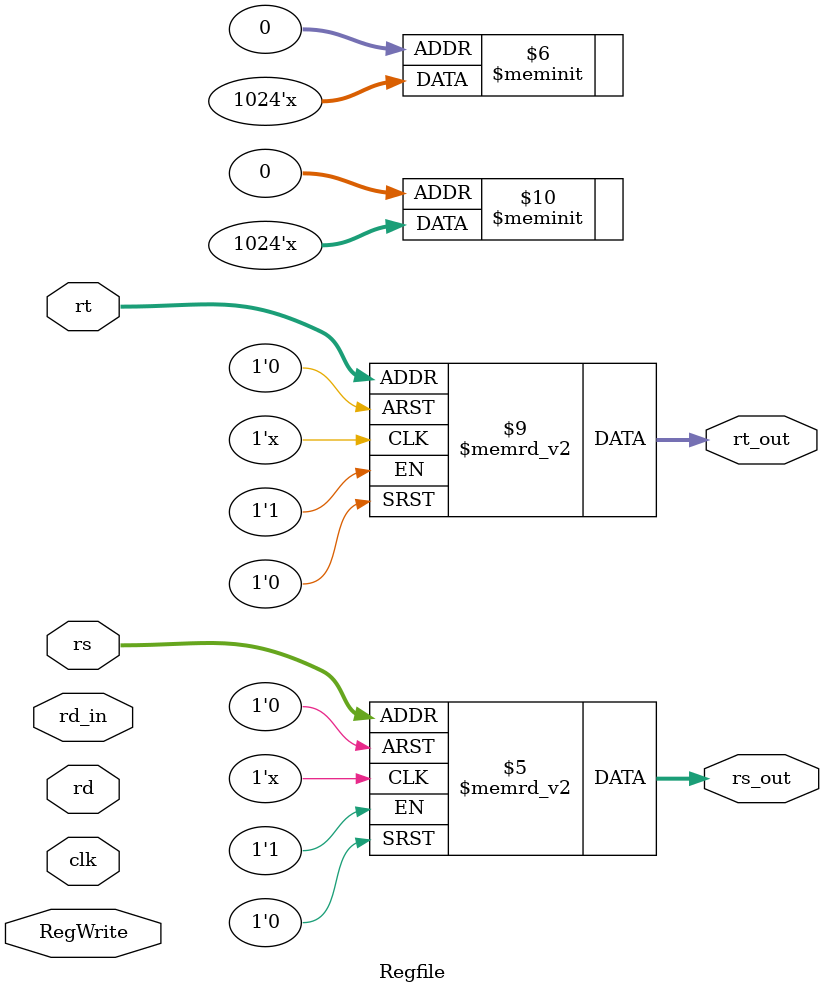
<source format=v>
`timescale 1ns / 1ps
module Regfile(clk,RegWrite,rs,rt,rd,rs_out,rt_out,rd_in);
input clk,RegWrite;
input [4:0] rs,rt,rd;
output reg [31:0] rs_out,rt_out;
input [31:0] rd_in;
reg [31:0] mem[31:0];
initial
begin
mem[0]=32'd5;
mem[1]=32'd10;
mem[2]=32'd20;
mem[3]=32'd25;
mem[4]=32'd30;
mem[5]=32'd35;
mem[6]=32'd40;
mem[7]=32'd45;
mem[8]=32'd50;
mem[9]=32'd55;
mem[10]=32'd60;
mem[11]=32'd65;
mem[12]=32'd70;
mem[13]=32'd75;
mem[14]=32'd80;
mem[15]=32'd85;
mem[16]=32'd90;
mem[17]=32'd95;
mem[18]=32'd100;
mem[19]=32'd105;
mem[20]=32'd110;
mem[21]=32'd115;
mem[22]=32'd120;
mem[23]=32'd125;
mem[24]=32'd130;
mem[25]=32'd135;
mem[26]=32'd140;
mem[27]=32'd145;
mem[28]=32'd150;
mem[29]=32'd155;
mem[30]=32'd160;
mem[31]=32'd165;
end


always @(*)
begin
case(rs)
32'd0:rs_out<=mem[0];
32'd1:rs_out<=mem[1];
32'd2:rs_out<=mem[2];
32'd3:rs_out<=mem[3];
32'd4:rs_out<=mem[4];
32'd5:rs_out<=mem[5];
32'd6:rs_out<=mem[6];
32'd7:rs_out<=mem[7];
32'd8:rs_out<=mem[8];
32'd9:rs_out<=mem[9];
32'd10:rs_out<=mem[10];
32'd11:rs_out<=mem[11];
32'd12:rs_out<=mem[12];
32'd13:rs_out<=mem[13];
32'd14:rs_out<=mem[14];
32'd15:rs_out<=mem[15];
32'd16:rs_out<=mem[16];
32'd17:rs_out<=mem[17];
32'd18:rs_out<=mem[18];
32'd19:rs_out<=mem[19];
32'd20:rs_out<=mem[20];
32'd21:rs_out<=mem[21];
32'd22:rs_out<=mem[22];
32'd23:rs_out<=mem[23];
32'd24:rs_out<=mem[24];
32'd25:rs_out<=mem[25];
32'd26:rs_out<=mem[26];
32'd27:rs_out<=mem[27];
32'd28:rs_out<=mem[28];
32'd29:rs_out<=mem[29];
32'd30:rs_out<=mem[30];
32'd31:rs_out<=mem[31];
endcase
case(rt)
32'd0:rt_out<=mem[0];
32'd1:rt_out<=mem[1];
32'd2:rt_out<=mem[2];
32'd3:rt_out<=mem[3];
32'd4:rt_out<=mem[4];
32'd5:rt_out<=mem[5];
32'd6:rt_out<=mem[6];
32'd7:rt_out<=mem[7];
32'd8:rt_out<=mem[8];
32'd9:rt_out<=mem[9];
32'd10:rt_out<=mem[10];
32'd11:rt_out<=mem[11];
32'd12:rt_out<=mem[12];
32'd13:rt_out<=mem[13];
32'd14:rt_out<=mem[14];
32'd15:rt_out<=mem[15];
32'd16:rt_out<=mem[16];
32'd17:rt_out<=mem[17];
32'd18:rt_out<=mem[18];
32'd19:rt_out<=mem[19];
32'd20:rt_out<=mem[20];
32'd21:rt_out<=mem[21];
32'd22:rt_out<=mem[22];
32'd23:rt_out<=mem[23];
32'd24:rt_out<=mem[24];
32'd25:rt_out<=mem[25];
32'd26:rt_out<=mem[26];
32'd27:rt_out<=mem[27];
32'd28:rt_out<=mem[28];
32'd29:rt_out<=mem[29];
32'd30:rt_out<=mem[30];
32'd31:rt_out<=mem[31];
endcase

if(RegWrite)
case(rd)
32'd0:mem[0]<=rd_in;
32'd1:mem[1]<=rd_in;
32'd2:mem[2]<=rd_in;
32'd3:mem[3]<=rd_in;
32'd4:mem[4]<=rd_in;
32'd5:mem[5]<=rd_in;
32'd6:mem[6]<=rd_in;
32'd7:mem[7]<=rd_in;
32'd8:mem[8]<=rd_in;
32'd9:mem[9]<=rd_in;
32'd10:mem[10]<=rd_in;
32'd11:mem[11]<=rd_in;
32'd12:mem[12]<=rd_in;
32'd13:mem[13]<=rd_in;
32'd14:mem[14]<=rd_in;
32'd15:mem[15]<=rd_in;
32'd16:mem[16]<=rd_in;
32'd17:mem[17]<=rd_in;
32'd18:mem[18]<=rd_in;
32'd19:mem[19]<=rd_in;
32'd20:mem[20]<=rd_in;
32'd21:mem[21]<=rd_in;
32'd22:mem[22]<=rd_in;
32'd23:mem[23]<=rd_in;
32'd24:mem[24]<=rd_in;
32'd25:mem[25]<=rd_in;
32'd26:mem[26]<=rd_in;
32'd27:mem[27]<=rd_in;
32'd28:mem[28]<=rd_in;
32'd29:mem[29]<=rd_in;
32'd30:mem[30]<=rd_in;
32'd31:mem[31]<=rd_in;
endcase
end
endmodule

</source>
